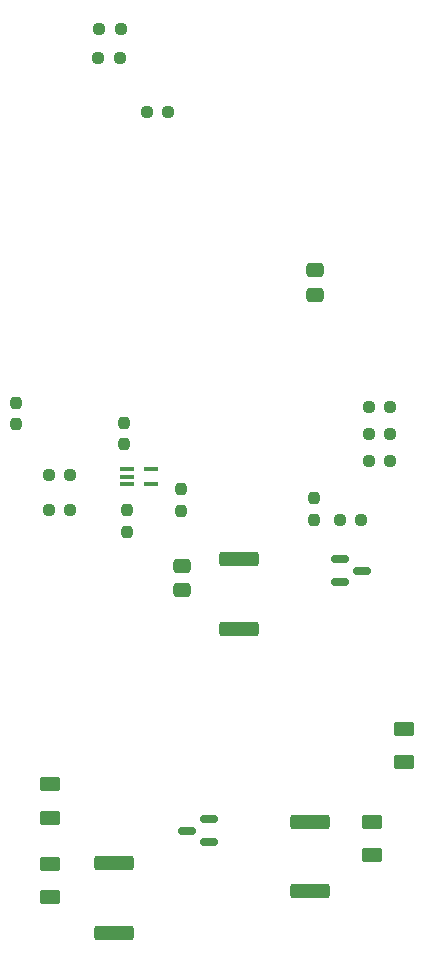
<source format=gbr>
%TF.GenerationSoftware,KiCad,Pcbnew,8.0.1*%
%TF.CreationDate,2024-04-26T12:21:13-07:00*%
%TF.ProjectId,Sendes,53656e64-6573-42e6-9b69-6361645f7063,rev?*%
%TF.SameCoordinates,Original*%
%TF.FileFunction,Paste,Top*%
%TF.FilePolarity,Positive*%
%FSLAX46Y46*%
G04 Gerber Fmt 4.6, Leading zero omitted, Abs format (unit mm)*
G04 Created by KiCad (PCBNEW 8.0.1) date 2024-04-26 12:21:13*
%MOMM*%
%LPD*%
G01*
G04 APERTURE LIST*
G04 Aperture macros list*
%AMRoundRect*
0 Rectangle with rounded corners*
0 $1 Rounding radius*
0 $2 $3 $4 $5 $6 $7 $8 $9 X,Y pos of 4 corners*
0 Add a 4 corners polygon primitive as box body*
4,1,4,$2,$3,$4,$5,$6,$7,$8,$9,$2,$3,0*
0 Add four circle primitives for the rounded corners*
1,1,$1+$1,$2,$3*
1,1,$1+$1,$4,$5*
1,1,$1+$1,$6,$7*
1,1,$1+$1,$8,$9*
0 Add four rect primitives between the rounded corners*
20,1,$1+$1,$2,$3,$4,$5,0*
20,1,$1+$1,$4,$5,$6,$7,0*
20,1,$1+$1,$6,$7,$8,$9,0*
20,1,$1+$1,$8,$9,$2,$3,0*%
G04 Aperture macros list end*
%ADD10RoundRect,0.237500X0.250000X0.237500X-0.250000X0.237500X-0.250000X-0.237500X0.250000X-0.237500X0*%
%ADD11R,1.168400X0.355600*%
%ADD12RoundRect,0.237500X0.237500X-0.250000X0.237500X0.250000X-0.237500X0.250000X-0.237500X-0.250000X0*%
%ADD13RoundRect,0.237500X-0.237500X0.250000X-0.237500X-0.250000X0.237500X-0.250000X0.237500X0.250000X0*%
%ADD14RoundRect,0.237500X-0.250000X-0.237500X0.250000X-0.237500X0.250000X0.237500X-0.250000X0.237500X0*%
%ADD15RoundRect,0.250000X-0.475000X0.337500X-0.475000X-0.337500X0.475000X-0.337500X0.475000X0.337500X0*%
%ADD16RoundRect,0.250000X-0.625000X0.375000X-0.625000X-0.375000X0.625000X-0.375000X0.625000X0.375000X0*%
%ADD17RoundRect,0.250000X-1.425000X0.362500X-1.425000X-0.362500X1.425000X-0.362500X1.425000X0.362500X0*%
%ADD18RoundRect,0.150000X-0.587500X-0.150000X0.587500X-0.150000X0.587500X0.150000X-0.587500X0.150000X0*%
%ADD19RoundRect,0.150000X0.587500X0.150000X-0.587500X0.150000X-0.587500X-0.150000X0.587500X-0.150000X0*%
%ADD20RoundRect,0.250000X0.625000X-0.375000X0.625000X0.375000X-0.625000X0.375000X-0.625000X-0.375000X0*%
G04 APERTURE END LIST*
D10*
%TO.C,JP11*%
X83812500Y-64800000D03*
X81987500Y-64800000D03*
%TD*%
%TO.C,JP10*%
X83912500Y-62300000D03*
X82087500Y-62300000D03*
%TD*%
D11*
%TO.C,U2*%
X84400000Y-99600002D03*
X84400000Y-100250001D03*
X84400000Y-100900000D03*
X86482800Y-100900000D03*
X86482800Y-99600002D03*
%TD*%
D12*
%TO.C,R6*%
X84200000Y-97512500D03*
X84200000Y-95687500D03*
%TD*%
D13*
%TO.C,R3*%
X84400000Y-103087500D03*
X84400000Y-104912500D03*
%TD*%
%TO.C,R1*%
X89000000Y-101287500D03*
X89000000Y-103112500D03*
%TD*%
D10*
%TO.C,JP9*%
X87912500Y-69400000D03*
X86087500Y-69400000D03*
%TD*%
D14*
%TO.C,JP8*%
X104887500Y-96600000D03*
X106712500Y-96600000D03*
%TD*%
D10*
%TO.C,JP7*%
X104264479Y-103895350D03*
X102439479Y-103895350D03*
%TD*%
D13*
%TO.C,JP6*%
X75000000Y-95812500D03*
X75000000Y-93987500D03*
%TD*%
D10*
%TO.C,JP5*%
X77787500Y-103100000D03*
X79612500Y-103100000D03*
%TD*%
D14*
%TO.C,JP4*%
X79612500Y-100100000D03*
X77787500Y-100100000D03*
%TD*%
D10*
%TO.C,JP3*%
X106712500Y-98900000D03*
X104887500Y-98900000D03*
%TD*%
%TO.C,JP2*%
X106712500Y-94300000D03*
X104887500Y-94300000D03*
%TD*%
D12*
%TO.C,JP1*%
X100251979Y-103907850D03*
X100251979Y-102082850D03*
%TD*%
D15*
%TO.C,C2*%
X89100000Y-107762500D03*
X89100000Y-109837500D03*
%TD*%
%TO.C,C1*%
X100300000Y-82762500D03*
X100300000Y-84837500D03*
%TD*%
D16*
%TO.C,D3*%
X105200000Y-129500000D03*
X105200000Y-132300000D03*
%TD*%
D17*
%TO.C,R5*%
X83300000Y-132937500D03*
X83300000Y-138862500D03*
%TD*%
D18*
%TO.C,Q2*%
X104337500Y-108200000D03*
X102462500Y-109150000D03*
X102462500Y-107250000D03*
%TD*%
D19*
%TO.C,Q1*%
X89462500Y-130200000D03*
X91337500Y-129250000D03*
X91337500Y-131150000D03*
%TD*%
D16*
%TO.C,D2*%
X107900000Y-121600000D03*
X107900000Y-124400000D03*
%TD*%
D20*
%TO.C,D4*%
X77900000Y-129100000D03*
X77900000Y-126300000D03*
%TD*%
D16*
%TO.C,D5*%
X77900000Y-133000000D03*
X77900000Y-135800000D03*
%TD*%
D17*
%TO.C,R4*%
X93900000Y-107237500D03*
X93900000Y-113162500D03*
%TD*%
%TO.C,R2*%
X99900000Y-129437500D03*
X99900000Y-135362500D03*
%TD*%
M02*

</source>
